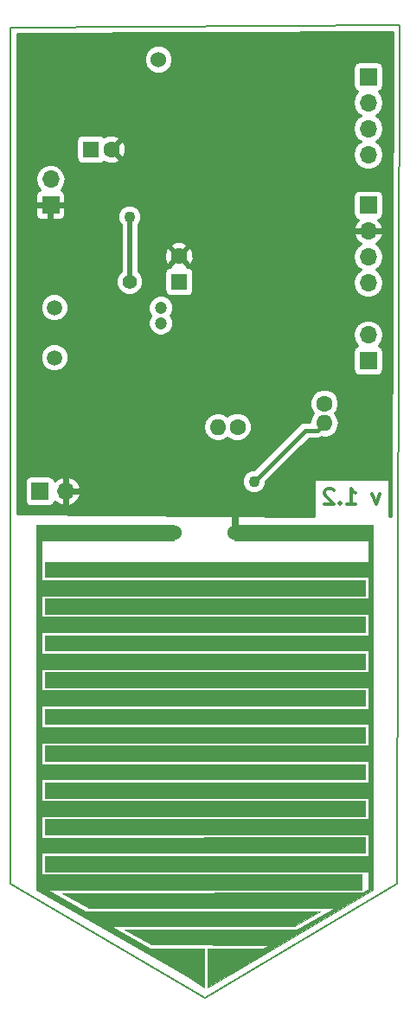
<source format=gbr>
%TF.GenerationSoftware,KiCad,Pcbnew,5.0.1-33cea8e~68~ubuntu18.04.1*%
%TF.CreationDate,2018-11-02T12:55:16-03:00*%
%TF.ProjectId,placa,706C6163612E6B696361645F70636200,rev?*%
%TF.SameCoordinates,Original*%
%TF.FileFunction,Copper,L2,Bot,Signal*%
%TF.FilePolarity,Positive*%
%FSLAX46Y46*%
G04 Gerber Fmt 4.6, Leading zero omitted, Abs format (unit mm)*
G04 Created by KiCad (PCBNEW 5.0.1-33cea8e~68~ubuntu18.04.1) date sex 02 nov 2018 12:55:16 -03*
%MOMM*%
%LPD*%
G01*
G04 APERTURE LIST*
%ADD10C,0.150000*%
%ADD11C,0.300000*%
%ADD12C,0.010000*%
%ADD13C,1.524000*%
%ADD14C,1.200000*%
%ADD15C,1.600000*%
%ADD16O,1.600000X1.600000*%
%ADD17R,1.600000X1.600000*%
%ADD18C,1.500000*%
%ADD19O,1.700000X1.700000*%
%ADD20R,1.700000X1.700000*%
%ADD21C,1.100000*%
%ADD22C,1.400000*%
%ADD23C,0.635000*%
%ADD24C,0.381000*%
%ADD25C,0.508000*%
G04 APERTURE END LIST*
D10*
X124856666Y-42672000D02*
G75*
G03X124856666Y-42672000I-1666666J0D01*
G01*
X120690000Y-42672000D02*
X125690000Y-42672000D01*
X123190000Y-40172000D02*
X123190000Y-45172000D01*
D11*
X139747285Y-73084571D02*
X139390142Y-74084571D01*
X139033000Y-73084571D01*
X136533000Y-74084571D02*
X137390142Y-74084571D01*
X136961571Y-74084571D02*
X136961571Y-72584571D01*
X137104428Y-72798857D01*
X137247285Y-72941714D01*
X137390142Y-73013142D01*
X135890142Y-73941714D02*
X135818714Y-74013142D01*
X135890142Y-74084571D01*
X135961571Y-74013142D01*
X135890142Y-73941714D01*
X135890142Y-74084571D01*
X135247285Y-72727428D02*
X135175857Y-72656000D01*
X135033000Y-72584571D01*
X134675857Y-72584571D01*
X134533000Y-72656000D01*
X134461571Y-72727428D01*
X134390142Y-72870285D01*
X134390142Y-73013142D01*
X134461571Y-73227428D01*
X135318714Y-74084571D01*
X134390142Y-74084571D01*
D10*
X103632000Y-27432000D02*
X141732000Y-27178000D01*
X103632000Y-111252000D02*
X103632000Y-27432000D01*
X122682000Y-122428000D02*
X103632000Y-111252000D01*
X141478000Y-111252000D02*
X122682000Y-122428000D01*
X141478000Y-110998000D02*
X141478000Y-111252000D01*
X141732000Y-27178000D02*
X141478000Y-110998000D01*
D12*
G36*
X129351000Y-117581000D02*
X122931000Y-121401000D01*
X122931000Y-117581000D01*
X129351000Y-117581000D01*
G37*
X129351000Y-117581000D02*
X122931000Y-121401000D01*
X122931000Y-117581000D01*
X129351000Y-117581000D01*
G36*
X120431000Y-120011000D02*
X122621000Y-121421000D01*
X122621000Y-117591000D01*
X116271000Y-117581000D01*
X120431000Y-120011000D01*
G37*
X120431000Y-120011000D02*
X122621000Y-121421000D01*
X122621000Y-117591000D01*
X116271000Y-117581000D01*
X120431000Y-120011000D01*
G36*
X129481000Y-117241000D02*
X132071000Y-115741000D01*
X114791000Y-115711000D01*
X117401000Y-117211000D01*
X129481000Y-117241000D01*
G37*
X129481000Y-117241000D02*
X132071000Y-115741000D01*
X114791000Y-115711000D01*
X117401000Y-117211000D01*
X129481000Y-117241000D01*
G36*
X135781000Y-113641000D02*
X138371000Y-112141000D01*
X108671000Y-112161000D01*
X111281000Y-113661000D01*
X135781000Y-113641000D01*
G37*
X135781000Y-113641000D02*
X138371000Y-112141000D01*
X108671000Y-112161000D01*
X111281000Y-113661000D01*
X135781000Y-113641000D01*
G36*
X131361000Y-115431000D02*
X133901000Y-113931000D01*
X110571000Y-113941000D01*
X113041000Y-115431000D01*
X131361000Y-115431000D01*
G37*
X131361000Y-115431000D02*
X133901000Y-113931000D01*
X110571000Y-113941000D01*
X113041000Y-115431000D01*
X131361000Y-115431000D01*
G36*
X106181000Y-111321000D02*
X106181000Y-111821000D01*
X106191000Y-111831000D01*
X106691000Y-111531000D01*
X106681000Y-111321000D01*
X106181000Y-111321000D01*
G37*
X106181000Y-111321000D02*
X106181000Y-111821000D01*
X106191000Y-111831000D01*
X106691000Y-111531000D01*
X106681000Y-111321000D01*
X106181000Y-111321000D01*
G36*
X106681000Y-111531000D02*
X106191000Y-111831000D01*
X120831000Y-120231000D01*
X121131000Y-119831000D01*
X106681000Y-111531000D01*
G37*
X106681000Y-111531000D02*
X106191000Y-111831000D01*
X120831000Y-120231000D01*
X121131000Y-119831000D01*
X106681000Y-111531000D01*
G36*
X138621000Y-111821000D02*
X139121000Y-111821000D01*
X124921000Y-120221000D01*
X124621000Y-119721000D01*
X138621000Y-111821000D01*
G37*
X138621000Y-111821000D02*
X139121000Y-111821000D01*
X124921000Y-120221000D01*
X124621000Y-119721000D01*
X138621000Y-111821000D01*
G36*
X138631000Y-110041000D02*
X138631000Y-108541000D01*
X106991000Y-108541000D01*
X106991000Y-110041000D01*
X138631000Y-110041000D01*
G37*
X138631000Y-110041000D02*
X138631000Y-108541000D01*
X106991000Y-108541000D01*
X106991000Y-110041000D01*
X138631000Y-110041000D01*
G36*
X138631000Y-106441000D02*
X138631000Y-104941000D01*
X106991000Y-104941000D01*
X106991000Y-106441000D01*
X138631000Y-106441000D01*
G37*
X138631000Y-106441000D02*
X138631000Y-104941000D01*
X106991000Y-104941000D01*
X106991000Y-106441000D01*
X138631000Y-106441000D01*
G36*
X138631000Y-102841000D02*
X138631000Y-101341000D01*
X106991000Y-101341000D01*
X106991000Y-102841000D01*
X138631000Y-102841000D01*
G37*
X138631000Y-102841000D02*
X138631000Y-101341000D01*
X106991000Y-101341000D01*
X106991000Y-102841000D01*
X138631000Y-102841000D01*
G36*
X138631000Y-99231000D02*
X138631000Y-97731000D01*
X106991000Y-97731000D01*
X106991000Y-99231000D01*
X138631000Y-99231000D01*
G37*
X138631000Y-99231000D02*
X138631000Y-97731000D01*
X106991000Y-97731000D01*
X106991000Y-99231000D01*
X138631000Y-99231000D01*
G36*
X138631000Y-95631000D02*
X138631000Y-94131000D01*
X106991000Y-94131000D01*
X106991000Y-95631000D01*
X138631000Y-95631000D01*
G37*
X138631000Y-95631000D02*
X138631000Y-94131000D01*
X106991000Y-94131000D01*
X106991000Y-95631000D01*
X138631000Y-95631000D01*
G36*
X138631000Y-92031000D02*
X138631000Y-90531000D01*
X106991000Y-90531000D01*
X106991000Y-92031000D01*
X138631000Y-92031000D01*
G37*
X138631000Y-92031000D02*
X138631000Y-90531000D01*
X106991000Y-90531000D01*
X106991000Y-92031000D01*
X138631000Y-92031000D01*
G36*
X138631000Y-88431000D02*
X138631000Y-86931000D01*
X106991000Y-86931000D01*
X106991000Y-88431000D01*
X138631000Y-88431000D01*
G37*
X138631000Y-88431000D02*
X138631000Y-86931000D01*
X106991000Y-86931000D01*
X106991000Y-88431000D01*
X138631000Y-88431000D01*
G36*
X138631000Y-84831000D02*
X138631000Y-83331000D01*
X106991000Y-83331000D01*
X106991000Y-84831000D01*
X138631000Y-84831000D01*
G37*
X138631000Y-84831000D02*
X138631000Y-83331000D01*
X106991000Y-83331000D01*
X106991000Y-84831000D01*
X138631000Y-84831000D01*
G36*
X138631000Y-81231000D02*
X138631000Y-79731000D01*
X106991000Y-79731000D01*
X106991000Y-81231000D01*
X138631000Y-81231000D01*
G37*
X138631000Y-81231000D02*
X138631000Y-79731000D01*
X106991000Y-79731000D01*
X106991000Y-81231000D01*
X138631000Y-81231000D01*
G36*
X137991000Y-111821000D02*
X137991000Y-110321000D01*
X106681000Y-110331000D01*
X106681000Y-111831000D01*
X137991000Y-111821000D01*
G37*
X137991000Y-111821000D02*
X137991000Y-110321000D01*
X106681000Y-110331000D01*
X106681000Y-111831000D01*
X137991000Y-111821000D01*
G36*
X138331000Y-108221000D02*
X138331000Y-106721000D01*
X106681000Y-106731000D01*
X106681000Y-108231000D01*
X138331000Y-108221000D01*
G37*
X138331000Y-108221000D02*
X138331000Y-106721000D01*
X106681000Y-106731000D01*
X106681000Y-108231000D01*
X138331000Y-108221000D01*
G36*
X138321000Y-104621000D02*
X138321000Y-103121000D01*
X106681000Y-103131000D01*
X106681000Y-104631000D01*
X138321000Y-104621000D01*
G37*
X138321000Y-104621000D02*
X138321000Y-103121000D01*
X106681000Y-103131000D01*
X106681000Y-104631000D01*
X138321000Y-104621000D01*
G36*
X138331000Y-101031000D02*
X138331000Y-99531000D01*
X106681000Y-99531000D01*
X106681000Y-101031000D01*
X138331000Y-101031000D01*
G37*
X138331000Y-101031000D02*
X138331000Y-99531000D01*
X106681000Y-99531000D01*
X106681000Y-101031000D01*
X138331000Y-101031000D01*
G36*
X138331000Y-97431000D02*
X138331000Y-95931000D01*
X106681000Y-95931000D01*
X106681000Y-97431000D01*
X138331000Y-97431000D01*
G37*
X138331000Y-97431000D02*
X138331000Y-95931000D01*
X106681000Y-95931000D01*
X106681000Y-97431000D01*
X138331000Y-97431000D01*
G36*
X138331000Y-93831000D02*
X138331000Y-92331000D01*
X106681000Y-92331000D01*
X106681000Y-93831000D01*
X138331000Y-93831000D01*
G37*
X138331000Y-93831000D02*
X138331000Y-92331000D01*
X106681000Y-92331000D01*
X106681000Y-93831000D01*
X138331000Y-93831000D01*
G36*
X138331000Y-90231000D02*
X138331000Y-88731000D01*
X106681000Y-88731000D01*
X106681000Y-90231000D01*
X138331000Y-90231000D01*
G37*
X138331000Y-90231000D02*
X138331000Y-88731000D01*
X106681000Y-88731000D01*
X106681000Y-90231000D01*
X138331000Y-90231000D01*
G36*
X138331000Y-86631000D02*
X138331000Y-85131000D01*
X106681000Y-85131000D01*
X106681000Y-86631000D01*
X138331000Y-86631000D01*
G37*
X138331000Y-86631000D02*
X138331000Y-85131000D01*
X106681000Y-85131000D01*
X106681000Y-86631000D01*
X138331000Y-86631000D01*
G36*
X138331000Y-83021000D02*
X138331000Y-81521000D01*
X106681000Y-81531000D01*
X106681000Y-83031000D01*
X138331000Y-83021000D01*
G37*
X138331000Y-83021000D02*
X138331000Y-81521000D01*
X106681000Y-81531000D01*
X106681000Y-83031000D01*
X138331000Y-83021000D01*
G36*
X106681000Y-111321000D02*
X106681000Y-77631000D01*
X106181000Y-77631000D01*
X106181000Y-111321000D01*
X106681000Y-111321000D01*
G37*
X106681000Y-111321000D02*
X106681000Y-77631000D01*
X106181000Y-77631000D01*
X106181000Y-111321000D01*
X106681000Y-111321000D01*
G36*
X139131000Y-111841000D02*
X139131000Y-77631000D01*
X138631000Y-77631000D01*
X138631000Y-111841000D01*
X139131000Y-111841000D01*
G37*
X139131000Y-111841000D02*
X139131000Y-77631000D01*
X138631000Y-77631000D01*
X138631000Y-111841000D01*
X139131000Y-111841000D01*
G36*
X139131000Y-77631000D02*
X139131000Y-76131000D01*
X125581000Y-76131000D01*
X125581000Y-77631000D01*
X139131000Y-77631000D01*
G37*
X139131000Y-77631000D02*
X139131000Y-76131000D01*
X125581000Y-76131000D01*
X125581000Y-77631000D01*
X139131000Y-77631000D01*
G36*
X119631000Y-77631000D02*
X119631000Y-76131000D01*
X106181000Y-76131000D01*
X106181000Y-77631000D01*
X119631000Y-77631000D01*
G37*
X119631000Y-77631000D02*
X119631000Y-76131000D01*
X106181000Y-76131000D01*
X106181000Y-77631000D01*
X119631000Y-77631000D01*
D13*
X125631000Y-76881000D03*
X119631000Y-76881000D03*
X118135400Y-30581600D03*
D14*
X118364000Y-56388000D03*
X118364000Y-54888000D03*
D15*
X125852000Y-66548000D03*
D16*
X123952000Y-66548000D03*
D17*
X120142000Y-52324000D03*
D15*
X120142000Y-49824000D03*
D17*
X111506000Y-39370000D03*
D15*
X113506000Y-39370000D03*
D18*
X107950000Y-54864000D03*
X107950000Y-59744000D03*
D19*
X138671300Y-57531000D03*
D20*
X138671300Y-60071000D03*
X107569000Y-44831000D03*
D19*
X107569000Y-42291000D03*
D20*
X138684000Y-32258000D03*
D19*
X138684000Y-34798000D03*
X138684000Y-37338000D03*
X138684000Y-39878000D03*
D20*
X138684000Y-44831000D03*
D19*
X138684000Y-47371000D03*
X138684000Y-49911000D03*
X138684000Y-52451000D03*
D20*
X106527600Y-72847200D03*
D19*
X109067600Y-72847200D03*
D15*
X134366000Y-64262000D03*
D16*
X134366000Y-66162000D03*
D21*
X138658600Y-42341800D03*
X135890000Y-62484000D03*
X114300000Y-69342000D03*
X123952000Y-73406000D03*
X117602000Y-59944000D03*
X133477000Y-71247000D03*
X136144000Y-52578000D03*
X107696000Y-31496000D03*
X127508000Y-71882000D03*
D22*
X115316024Y-52324000D03*
D21*
X115316024Y-45974024D03*
D23*
X125631000Y-76881000D02*
X125631000Y-74775000D01*
D24*
X136439999Y-63033999D02*
X135890000Y-62484000D01*
X136693999Y-63287999D02*
X136439999Y-63033999D01*
X133666001Y-66861999D02*
X132528001Y-66861999D01*
X134366000Y-66162000D02*
X133666001Y-66861999D01*
X132528001Y-66861999D02*
X127508000Y-71882000D01*
D25*
X115316024Y-46304224D02*
X115176300Y-46164500D01*
X115316024Y-52324000D02*
X115316024Y-45974024D01*
D11*
G36*
X140861219Y-75284676D02*
X140761572Y-75284000D01*
X140761572Y-71601000D01*
X133304429Y-71601000D01*
X133304429Y-75233443D01*
X104357000Y-75037189D01*
X104357000Y-71997200D01*
X105014866Y-71997200D01*
X105014866Y-73697200D01*
X105065314Y-73950817D01*
X105208976Y-74165824D01*
X105423983Y-74309486D01*
X105677600Y-74359934D01*
X107377600Y-74359934D01*
X107631217Y-74309486D01*
X107846224Y-74165824D01*
X107989886Y-73950817D01*
X108004447Y-73877614D01*
X108267463Y-74125428D01*
X108729539Y-74316819D01*
X108963600Y-74186669D01*
X108963600Y-72951200D01*
X109171600Y-72951200D01*
X109171600Y-74186669D01*
X109405661Y-74316819D01*
X109867737Y-74125428D01*
X110295987Y-73721930D01*
X110537226Y-73185262D01*
X110407517Y-72951200D01*
X109171600Y-72951200D01*
X108963600Y-72951200D01*
X108943600Y-72951200D01*
X108943600Y-72743200D01*
X108963600Y-72743200D01*
X108963600Y-71507731D01*
X109171600Y-71507731D01*
X109171600Y-72743200D01*
X110407517Y-72743200D01*
X110537226Y-72509138D01*
X110295987Y-71972470D01*
X109946630Y-71643305D01*
X126308000Y-71643305D01*
X126308000Y-72120695D01*
X126490689Y-72561745D01*
X126828255Y-72899311D01*
X127269305Y-73082000D01*
X127746695Y-73082000D01*
X128187745Y-72899311D01*
X128525311Y-72561745D01*
X128708000Y-72120695D01*
X128708000Y-71870645D01*
X132876148Y-67702499D01*
X133583225Y-67702499D01*
X133666001Y-67718964D01*
X133748777Y-67702499D01*
X133748781Y-67702499D01*
X133993948Y-67653732D01*
X134094665Y-67586435D01*
X134223188Y-67612000D01*
X134508812Y-67612000D01*
X134931762Y-67527870D01*
X135411392Y-67207392D01*
X135731870Y-66727762D01*
X135844407Y-66162000D01*
X135731870Y-65596238D01*
X135471717Y-65206892D01*
X135595250Y-65083359D01*
X135816000Y-64550423D01*
X135816000Y-63973577D01*
X135595250Y-63440641D01*
X135187359Y-63032750D01*
X134654423Y-62812000D01*
X134077577Y-62812000D01*
X133544641Y-63032750D01*
X133136750Y-63440641D01*
X132916000Y-63973577D01*
X132916000Y-64550423D01*
X133136750Y-65083359D01*
X133260283Y-65206892D01*
X133000130Y-65596238D01*
X132915540Y-66021499D01*
X132610771Y-66021499D01*
X132528000Y-66005035D01*
X132445229Y-66021499D01*
X132445221Y-66021499D01*
X132200054Y-66070266D01*
X132080159Y-66150378D01*
X131992211Y-66209142D01*
X131992209Y-66209144D01*
X131922035Y-66256033D01*
X131875146Y-66326207D01*
X127519355Y-70682000D01*
X127269305Y-70682000D01*
X126828255Y-70864689D01*
X126490689Y-71202255D01*
X126308000Y-71643305D01*
X109946630Y-71643305D01*
X109867737Y-71568972D01*
X109405661Y-71377581D01*
X109171600Y-71507731D01*
X108963600Y-71507731D01*
X108729539Y-71377581D01*
X108267463Y-71568972D01*
X108004447Y-71816786D01*
X107989886Y-71743583D01*
X107846224Y-71528576D01*
X107631217Y-71384914D01*
X107377600Y-71334466D01*
X105677600Y-71334466D01*
X105423983Y-71384914D01*
X105208976Y-71528576D01*
X105065314Y-71743583D01*
X105014866Y-71997200D01*
X104357000Y-71997200D01*
X104357000Y-66548000D01*
X122473593Y-66548000D01*
X122586130Y-67113762D01*
X122906608Y-67593392D01*
X123386238Y-67913870D01*
X123809188Y-67998000D01*
X124094812Y-67998000D01*
X124517762Y-67913870D01*
X124907108Y-67653717D01*
X125030641Y-67777250D01*
X125563577Y-67998000D01*
X126140423Y-67998000D01*
X126673359Y-67777250D01*
X127081250Y-67369359D01*
X127302000Y-66836423D01*
X127302000Y-66259577D01*
X127081250Y-65726641D01*
X126673359Y-65318750D01*
X126140423Y-65098000D01*
X125563577Y-65098000D01*
X125030641Y-65318750D01*
X124907108Y-65442283D01*
X124517762Y-65182130D01*
X124094812Y-65098000D01*
X123809188Y-65098000D01*
X123386238Y-65182130D01*
X122906608Y-65502608D01*
X122586130Y-65982238D01*
X122473593Y-66548000D01*
X104357000Y-66548000D01*
X104357000Y-59465523D01*
X106550000Y-59465523D01*
X106550000Y-60022477D01*
X106763137Y-60537037D01*
X107156963Y-60930863D01*
X107671523Y-61144000D01*
X108228477Y-61144000D01*
X108743037Y-60930863D01*
X109136863Y-60537037D01*
X109350000Y-60022477D01*
X109350000Y-59465523D01*
X109136863Y-58950963D01*
X108743037Y-58557137D01*
X108228477Y-58344000D01*
X107671523Y-58344000D01*
X107156963Y-58557137D01*
X106763137Y-58950963D01*
X106550000Y-59465523D01*
X104357000Y-59465523D01*
X104357000Y-54585523D01*
X106550000Y-54585523D01*
X106550000Y-55142477D01*
X106763137Y-55657037D01*
X107156963Y-56050863D01*
X107671523Y-56264000D01*
X108228477Y-56264000D01*
X108743037Y-56050863D01*
X109136863Y-55657037D01*
X109350000Y-55142477D01*
X109350000Y-54639360D01*
X117114000Y-54639360D01*
X117114000Y-55136640D01*
X117304301Y-55596068D01*
X117346233Y-55638000D01*
X117304301Y-55679932D01*
X117114000Y-56139360D01*
X117114000Y-56636640D01*
X117304301Y-57096068D01*
X117655932Y-57447699D01*
X118115360Y-57638000D01*
X118612640Y-57638000D01*
X118870961Y-57531000D01*
X137141914Y-57531000D01*
X137258332Y-58116271D01*
X137585062Y-58605257D01*
X137567683Y-58608714D01*
X137352676Y-58752376D01*
X137209014Y-58967383D01*
X137158566Y-59221000D01*
X137158566Y-60921000D01*
X137209014Y-61174617D01*
X137352676Y-61389624D01*
X137567683Y-61533286D01*
X137821300Y-61583734D01*
X139521300Y-61583734D01*
X139774917Y-61533286D01*
X139989924Y-61389624D01*
X140133586Y-61174617D01*
X140184034Y-60921000D01*
X140184034Y-59221000D01*
X140133586Y-58967383D01*
X139989924Y-58752376D01*
X139774917Y-58608714D01*
X139757538Y-58605257D01*
X140084268Y-58116271D01*
X140200686Y-57531000D01*
X140084268Y-56945729D01*
X139752739Y-56449561D01*
X139256571Y-56118032D01*
X138819033Y-56031000D01*
X138523567Y-56031000D01*
X138086029Y-56118032D01*
X137589861Y-56449561D01*
X137258332Y-56945729D01*
X137141914Y-57531000D01*
X118870961Y-57531000D01*
X119072068Y-57447699D01*
X119423699Y-57096068D01*
X119614000Y-56636640D01*
X119614000Y-56139360D01*
X119423699Y-55679932D01*
X119381767Y-55638000D01*
X119423699Y-55596068D01*
X119614000Y-55136640D01*
X119614000Y-54639360D01*
X119423699Y-54179932D01*
X119072068Y-53828301D01*
X118612640Y-53638000D01*
X118115360Y-53638000D01*
X117655932Y-53828301D01*
X117304301Y-54179932D01*
X117114000Y-54639360D01*
X109350000Y-54639360D01*
X109350000Y-54585523D01*
X109136863Y-54070963D01*
X108743037Y-53677137D01*
X108228477Y-53464000D01*
X107671523Y-53464000D01*
X107156963Y-53677137D01*
X106763137Y-54070963D01*
X106550000Y-54585523D01*
X104357000Y-54585523D01*
X104357000Y-52055468D01*
X113966024Y-52055468D01*
X113966024Y-52592532D01*
X114171549Y-53088714D01*
X114551310Y-53468475D01*
X115047492Y-53674000D01*
X115584556Y-53674000D01*
X116080738Y-53468475D01*
X116460499Y-53088714D01*
X116666024Y-52592532D01*
X116666024Y-52055468D01*
X116460499Y-51559286D01*
X116425213Y-51524000D01*
X118679266Y-51524000D01*
X118679266Y-53124000D01*
X118729714Y-53377617D01*
X118873376Y-53592624D01*
X119088383Y-53736286D01*
X119342000Y-53786734D01*
X120942000Y-53786734D01*
X121195617Y-53736286D01*
X121410624Y-53592624D01*
X121554286Y-53377617D01*
X121604734Y-53124000D01*
X121604734Y-51524000D01*
X121554286Y-51270383D01*
X121410624Y-51055376D01*
X121195617Y-50911714D01*
X120988984Y-50870612D01*
X121000404Y-50829483D01*
X120142000Y-49971078D01*
X119283596Y-50829483D01*
X119295016Y-50870612D01*
X119088383Y-50911714D01*
X118873376Y-51055376D01*
X118729714Y-51270383D01*
X118679266Y-51524000D01*
X116425213Y-51524000D01*
X116220024Y-51318811D01*
X116220024Y-49578946D01*
X118675772Y-49578946D01*
X118693603Y-50158701D01*
X118881161Y-50611502D01*
X119136517Y-50682404D01*
X119994922Y-49824000D01*
X120289078Y-49824000D01*
X121147483Y-50682404D01*
X121402839Y-50611502D01*
X121608228Y-50069054D01*
X121603367Y-49911000D01*
X137154614Y-49911000D01*
X137271032Y-50496271D01*
X137602561Y-50992439D01*
X137884762Y-51181000D01*
X137602561Y-51369561D01*
X137271032Y-51865729D01*
X137154614Y-52451000D01*
X137271032Y-53036271D01*
X137602561Y-53532439D01*
X138098729Y-53863968D01*
X138536267Y-53951000D01*
X138831733Y-53951000D01*
X139269271Y-53863968D01*
X139765439Y-53532439D01*
X140096968Y-53036271D01*
X140213386Y-52451000D01*
X140096968Y-51865729D01*
X139765439Y-51369561D01*
X139483238Y-51181000D01*
X139765439Y-50992439D01*
X140096968Y-50496271D01*
X140213386Y-49911000D01*
X140096968Y-49325729D01*
X139765439Y-48829561D01*
X139476368Y-48636410D01*
X139558730Y-48599387D01*
X139962228Y-48171137D01*
X140153619Y-47709061D01*
X140023469Y-47475000D01*
X138788000Y-47475000D01*
X138788000Y-47495000D01*
X138580000Y-47495000D01*
X138580000Y-47475000D01*
X137344531Y-47475000D01*
X137214381Y-47709061D01*
X137405772Y-48171137D01*
X137809270Y-48599387D01*
X137891632Y-48636410D01*
X137602561Y-48829561D01*
X137271032Y-49325729D01*
X137154614Y-49911000D01*
X121603367Y-49911000D01*
X121590397Y-49489299D01*
X121402839Y-49036498D01*
X121147483Y-48965596D01*
X120289078Y-49824000D01*
X119994922Y-49824000D01*
X119136517Y-48965596D01*
X118881161Y-49036498D01*
X118675772Y-49578946D01*
X116220024Y-49578946D01*
X116220024Y-48818517D01*
X119283596Y-48818517D01*
X120142000Y-49676922D01*
X121000404Y-48818517D01*
X120929502Y-48563161D01*
X120387054Y-48357772D01*
X119807299Y-48375603D01*
X119354498Y-48563161D01*
X119283596Y-48818517D01*
X116220024Y-48818517D01*
X116220024Y-46767080D01*
X116333335Y-46653769D01*
X116516024Y-46212719D01*
X116516024Y-45735329D01*
X116333335Y-45294279D01*
X115995769Y-44956713D01*
X115554719Y-44774024D01*
X115077329Y-44774024D01*
X114636279Y-44956713D01*
X114298713Y-45294279D01*
X114116024Y-45735329D01*
X114116024Y-46212719D01*
X114298713Y-46653769D01*
X114412025Y-46767081D01*
X114412024Y-51318811D01*
X114171549Y-51559286D01*
X113966024Y-52055468D01*
X104357000Y-52055468D01*
X104357000Y-45099500D01*
X106061000Y-45099500D01*
X106061000Y-45811885D01*
X106161175Y-46053727D01*
X106346273Y-46238826D01*
X106588116Y-46339000D01*
X107300500Y-46339000D01*
X107465000Y-46174500D01*
X107465000Y-44935000D01*
X107673000Y-44935000D01*
X107673000Y-46174500D01*
X107837500Y-46339000D01*
X108549884Y-46339000D01*
X108791727Y-46238826D01*
X108976825Y-46053727D01*
X109077000Y-45811885D01*
X109077000Y-45099500D01*
X108912500Y-44935000D01*
X107673000Y-44935000D01*
X107465000Y-44935000D01*
X106225500Y-44935000D01*
X106061000Y-45099500D01*
X104357000Y-45099500D01*
X104357000Y-42291000D01*
X106039614Y-42291000D01*
X106156032Y-42876271D01*
X106483485Y-43366339D01*
X106346273Y-43423174D01*
X106161175Y-43608273D01*
X106061000Y-43850115D01*
X106061000Y-44562500D01*
X106225500Y-44727000D01*
X107465000Y-44727000D01*
X107465000Y-44707000D01*
X107673000Y-44707000D01*
X107673000Y-44727000D01*
X108912500Y-44727000D01*
X109077000Y-44562500D01*
X109077000Y-43981000D01*
X137171266Y-43981000D01*
X137171266Y-45681000D01*
X137221714Y-45934617D01*
X137365376Y-46149624D01*
X137580383Y-46293286D01*
X137653586Y-46307847D01*
X137405772Y-46570863D01*
X137214381Y-47032939D01*
X137344531Y-47267000D01*
X138580000Y-47267000D01*
X138580000Y-47247000D01*
X138788000Y-47247000D01*
X138788000Y-47267000D01*
X140023469Y-47267000D01*
X140153619Y-47032939D01*
X139962228Y-46570863D01*
X139714414Y-46307847D01*
X139787617Y-46293286D01*
X140002624Y-46149624D01*
X140146286Y-45934617D01*
X140196734Y-45681000D01*
X140196734Y-43981000D01*
X140146286Y-43727383D01*
X140002624Y-43512376D01*
X139787617Y-43368714D01*
X139534000Y-43318266D01*
X137834000Y-43318266D01*
X137580383Y-43368714D01*
X137365376Y-43512376D01*
X137221714Y-43727383D01*
X137171266Y-43981000D01*
X109077000Y-43981000D01*
X109077000Y-43850115D01*
X108976825Y-43608273D01*
X108791727Y-43423174D01*
X108654515Y-43366339D01*
X108981968Y-42876271D01*
X109098386Y-42291000D01*
X108981968Y-41705729D01*
X108650439Y-41209561D01*
X108154271Y-40878032D01*
X107716733Y-40791000D01*
X107421267Y-40791000D01*
X106983729Y-40878032D01*
X106487561Y-41209561D01*
X106156032Y-41705729D01*
X106039614Y-42291000D01*
X104357000Y-42291000D01*
X104357000Y-38570000D01*
X110043266Y-38570000D01*
X110043266Y-40170000D01*
X110093714Y-40423617D01*
X110237376Y-40638624D01*
X110452383Y-40782286D01*
X110706000Y-40832734D01*
X112306000Y-40832734D01*
X112559617Y-40782286D01*
X112761760Y-40647219D01*
X113260946Y-40836228D01*
X113840701Y-40818397D01*
X114293502Y-40630839D01*
X114364404Y-40375483D01*
X113506000Y-39517078D01*
X113491858Y-39531221D01*
X113344780Y-39384143D01*
X113358922Y-39370000D01*
X113653078Y-39370000D01*
X114511483Y-40228404D01*
X114766839Y-40157502D01*
X114972228Y-39615054D01*
X114954397Y-39035299D01*
X114766839Y-38582498D01*
X114511483Y-38511596D01*
X113653078Y-39370000D01*
X113358922Y-39370000D01*
X113344780Y-39355858D01*
X113491858Y-39208779D01*
X113506000Y-39222922D01*
X114364404Y-38364517D01*
X114293502Y-38109161D01*
X113751054Y-37903772D01*
X113171299Y-37921603D01*
X112760338Y-38091830D01*
X112559617Y-37957714D01*
X112306000Y-37907266D01*
X110706000Y-37907266D01*
X110452383Y-37957714D01*
X110237376Y-38101376D01*
X110093714Y-38316383D01*
X110043266Y-38570000D01*
X104357000Y-38570000D01*
X104357000Y-34798000D01*
X137154614Y-34798000D01*
X137271032Y-35383271D01*
X137602561Y-35879439D01*
X137884762Y-36068000D01*
X137602561Y-36256561D01*
X137271032Y-36752729D01*
X137154614Y-37338000D01*
X137271032Y-37923271D01*
X137602561Y-38419439D01*
X137884762Y-38608000D01*
X137602561Y-38796561D01*
X137271032Y-39292729D01*
X137154614Y-39878000D01*
X137271032Y-40463271D01*
X137602561Y-40959439D01*
X138098729Y-41290968D01*
X138536267Y-41378000D01*
X138831733Y-41378000D01*
X139269271Y-41290968D01*
X139765439Y-40959439D01*
X140096968Y-40463271D01*
X140213386Y-39878000D01*
X140096968Y-39292729D01*
X139765439Y-38796561D01*
X139483238Y-38608000D01*
X139765439Y-38419439D01*
X140096968Y-37923271D01*
X140213386Y-37338000D01*
X140096968Y-36752729D01*
X139765439Y-36256561D01*
X139483238Y-36068000D01*
X139765439Y-35879439D01*
X140096968Y-35383271D01*
X140213386Y-34798000D01*
X140096968Y-34212729D01*
X139770238Y-33723743D01*
X139787617Y-33720286D01*
X140002624Y-33576624D01*
X140146286Y-33361617D01*
X140196734Y-33108000D01*
X140196734Y-31408000D01*
X140146286Y-31154383D01*
X140002624Y-30939376D01*
X139787617Y-30795714D01*
X139534000Y-30745266D01*
X137834000Y-30745266D01*
X137580383Y-30795714D01*
X137365376Y-30939376D01*
X137221714Y-31154383D01*
X137171266Y-31408000D01*
X137171266Y-33108000D01*
X137221714Y-33361617D01*
X137365376Y-33576624D01*
X137580383Y-33720286D01*
X137597762Y-33723743D01*
X137271032Y-34212729D01*
X137154614Y-34798000D01*
X104357000Y-34798000D01*
X104357000Y-30300736D01*
X116723400Y-30300736D01*
X116723400Y-30862464D01*
X116938364Y-31381434D01*
X117335566Y-31778636D01*
X117854536Y-31993600D01*
X118416264Y-31993600D01*
X118935234Y-31778636D01*
X119332436Y-31381434D01*
X119547400Y-30862464D01*
X119547400Y-30300736D01*
X119332436Y-29781766D01*
X118935234Y-29384564D01*
X118416264Y-29169600D01*
X117854536Y-29169600D01*
X117335566Y-29384564D01*
X116938364Y-29781766D01*
X116723400Y-30300736D01*
X104357000Y-30300736D01*
X104357000Y-28152182D01*
X141004785Y-27907863D01*
X140861219Y-75284676D01*
X140861219Y-75284676D01*
G37*
X140861219Y-75284676D02*
X140761572Y-75284000D01*
X140761572Y-71601000D01*
X133304429Y-71601000D01*
X133304429Y-75233443D01*
X104357000Y-75037189D01*
X104357000Y-71997200D01*
X105014866Y-71997200D01*
X105014866Y-73697200D01*
X105065314Y-73950817D01*
X105208976Y-74165824D01*
X105423983Y-74309486D01*
X105677600Y-74359934D01*
X107377600Y-74359934D01*
X107631217Y-74309486D01*
X107846224Y-74165824D01*
X107989886Y-73950817D01*
X108004447Y-73877614D01*
X108267463Y-74125428D01*
X108729539Y-74316819D01*
X108963600Y-74186669D01*
X108963600Y-72951200D01*
X109171600Y-72951200D01*
X109171600Y-74186669D01*
X109405661Y-74316819D01*
X109867737Y-74125428D01*
X110295987Y-73721930D01*
X110537226Y-73185262D01*
X110407517Y-72951200D01*
X109171600Y-72951200D01*
X108963600Y-72951200D01*
X108943600Y-72951200D01*
X108943600Y-72743200D01*
X108963600Y-72743200D01*
X108963600Y-71507731D01*
X109171600Y-71507731D01*
X109171600Y-72743200D01*
X110407517Y-72743200D01*
X110537226Y-72509138D01*
X110295987Y-71972470D01*
X109946630Y-71643305D01*
X126308000Y-71643305D01*
X126308000Y-72120695D01*
X126490689Y-72561745D01*
X126828255Y-72899311D01*
X127269305Y-73082000D01*
X127746695Y-73082000D01*
X128187745Y-72899311D01*
X128525311Y-72561745D01*
X128708000Y-72120695D01*
X128708000Y-71870645D01*
X132876148Y-67702499D01*
X133583225Y-67702499D01*
X133666001Y-67718964D01*
X133748777Y-67702499D01*
X133748781Y-67702499D01*
X133993948Y-67653732D01*
X134094665Y-67586435D01*
X134223188Y-67612000D01*
X134508812Y-67612000D01*
X134931762Y-67527870D01*
X135411392Y-67207392D01*
X135731870Y-66727762D01*
X135844407Y-66162000D01*
X135731870Y-65596238D01*
X135471717Y-65206892D01*
X135595250Y-65083359D01*
X135816000Y-64550423D01*
X135816000Y-63973577D01*
X135595250Y-63440641D01*
X135187359Y-63032750D01*
X134654423Y-62812000D01*
X134077577Y-62812000D01*
X133544641Y-63032750D01*
X133136750Y-63440641D01*
X132916000Y-63973577D01*
X132916000Y-64550423D01*
X133136750Y-65083359D01*
X133260283Y-65206892D01*
X133000130Y-65596238D01*
X132915540Y-66021499D01*
X132610771Y-66021499D01*
X132528000Y-66005035D01*
X132445229Y-66021499D01*
X132445221Y-66021499D01*
X132200054Y-66070266D01*
X132080159Y-66150378D01*
X131992211Y-66209142D01*
X131992209Y-66209144D01*
X131922035Y-66256033D01*
X131875146Y-66326207D01*
X127519355Y-70682000D01*
X127269305Y-70682000D01*
X126828255Y-70864689D01*
X126490689Y-71202255D01*
X126308000Y-71643305D01*
X109946630Y-71643305D01*
X109867737Y-71568972D01*
X109405661Y-71377581D01*
X109171600Y-71507731D01*
X108963600Y-71507731D01*
X108729539Y-71377581D01*
X108267463Y-71568972D01*
X108004447Y-71816786D01*
X107989886Y-71743583D01*
X107846224Y-71528576D01*
X107631217Y-71384914D01*
X107377600Y-71334466D01*
X105677600Y-71334466D01*
X105423983Y-71384914D01*
X105208976Y-71528576D01*
X105065314Y-71743583D01*
X105014866Y-71997200D01*
X104357000Y-71997200D01*
X104357000Y-66548000D01*
X122473593Y-66548000D01*
X122586130Y-67113762D01*
X122906608Y-67593392D01*
X123386238Y-67913870D01*
X123809188Y-67998000D01*
X124094812Y-67998000D01*
X124517762Y-67913870D01*
X124907108Y-67653717D01*
X125030641Y-67777250D01*
X125563577Y-67998000D01*
X126140423Y-67998000D01*
X126673359Y-67777250D01*
X127081250Y-67369359D01*
X127302000Y-66836423D01*
X127302000Y-66259577D01*
X127081250Y-65726641D01*
X126673359Y-65318750D01*
X126140423Y-65098000D01*
X125563577Y-65098000D01*
X125030641Y-65318750D01*
X124907108Y-65442283D01*
X124517762Y-65182130D01*
X124094812Y-65098000D01*
X123809188Y-65098000D01*
X123386238Y-65182130D01*
X122906608Y-65502608D01*
X122586130Y-65982238D01*
X122473593Y-66548000D01*
X104357000Y-66548000D01*
X104357000Y-59465523D01*
X106550000Y-59465523D01*
X106550000Y-60022477D01*
X106763137Y-60537037D01*
X107156963Y-60930863D01*
X107671523Y-61144000D01*
X108228477Y-61144000D01*
X108743037Y-60930863D01*
X109136863Y-60537037D01*
X109350000Y-60022477D01*
X109350000Y-59465523D01*
X109136863Y-58950963D01*
X108743037Y-58557137D01*
X108228477Y-58344000D01*
X107671523Y-58344000D01*
X107156963Y-58557137D01*
X106763137Y-58950963D01*
X106550000Y-59465523D01*
X104357000Y-59465523D01*
X104357000Y-54585523D01*
X106550000Y-54585523D01*
X106550000Y-55142477D01*
X106763137Y-55657037D01*
X107156963Y-56050863D01*
X107671523Y-56264000D01*
X108228477Y-56264000D01*
X108743037Y-56050863D01*
X109136863Y-55657037D01*
X109350000Y-55142477D01*
X109350000Y-54639360D01*
X117114000Y-54639360D01*
X117114000Y-55136640D01*
X117304301Y-55596068D01*
X117346233Y-55638000D01*
X117304301Y-55679932D01*
X117114000Y-56139360D01*
X117114000Y-56636640D01*
X117304301Y-57096068D01*
X117655932Y-57447699D01*
X118115360Y-57638000D01*
X118612640Y-57638000D01*
X118870961Y-57531000D01*
X137141914Y-57531000D01*
X137258332Y-58116271D01*
X137585062Y-58605257D01*
X137567683Y-58608714D01*
X137352676Y-58752376D01*
X137209014Y-58967383D01*
X137158566Y-59221000D01*
X137158566Y-60921000D01*
X137209014Y-61174617D01*
X137352676Y-61389624D01*
X137567683Y-61533286D01*
X137821300Y-61583734D01*
X139521300Y-61583734D01*
X139774917Y-61533286D01*
X139989924Y-61389624D01*
X140133586Y-61174617D01*
X140184034Y-60921000D01*
X140184034Y-59221000D01*
X140133586Y-58967383D01*
X139989924Y-58752376D01*
X139774917Y-58608714D01*
X139757538Y-58605257D01*
X140084268Y-58116271D01*
X140200686Y-57531000D01*
X140084268Y-56945729D01*
X139752739Y-56449561D01*
X139256571Y-56118032D01*
X138819033Y-56031000D01*
X138523567Y-56031000D01*
X138086029Y-56118032D01*
X137589861Y-56449561D01*
X137258332Y-56945729D01*
X137141914Y-57531000D01*
X118870961Y-57531000D01*
X119072068Y-57447699D01*
X119423699Y-57096068D01*
X119614000Y-56636640D01*
X119614000Y-56139360D01*
X119423699Y-55679932D01*
X119381767Y-55638000D01*
X119423699Y-55596068D01*
X119614000Y-55136640D01*
X119614000Y-54639360D01*
X119423699Y-54179932D01*
X119072068Y-53828301D01*
X118612640Y-53638000D01*
X118115360Y-53638000D01*
X117655932Y-53828301D01*
X117304301Y-54179932D01*
X117114000Y-54639360D01*
X109350000Y-54639360D01*
X109350000Y-54585523D01*
X109136863Y-54070963D01*
X108743037Y-53677137D01*
X108228477Y-53464000D01*
X107671523Y-53464000D01*
X107156963Y-53677137D01*
X106763137Y-54070963D01*
X106550000Y-54585523D01*
X104357000Y-54585523D01*
X104357000Y-52055468D01*
X113966024Y-52055468D01*
X113966024Y-52592532D01*
X114171549Y-53088714D01*
X114551310Y-53468475D01*
X115047492Y-53674000D01*
X115584556Y-53674000D01*
X116080738Y-53468475D01*
X116460499Y-53088714D01*
X116666024Y-52592532D01*
X116666024Y-52055468D01*
X116460499Y-51559286D01*
X116425213Y-51524000D01*
X118679266Y-51524000D01*
X118679266Y-53124000D01*
X118729714Y-53377617D01*
X118873376Y-53592624D01*
X119088383Y-53736286D01*
X119342000Y-53786734D01*
X120942000Y-53786734D01*
X121195617Y-53736286D01*
X121410624Y-53592624D01*
X121554286Y-53377617D01*
X121604734Y-53124000D01*
X121604734Y-51524000D01*
X121554286Y-51270383D01*
X121410624Y-51055376D01*
X121195617Y-50911714D01*
X120988984Y-50870612D01*
X121000404Y-50829483D01*
X120142000Y-49971078D01*
X119283596Y-50829483D01*
X119295016Y-50870612D01*
X119088383Y-50911714D01*
X118873376Y-51055376D01*
X118729714Y-51270383D01*
X118679266Y-51524000D01*
X116425213Y-51524000D01*
X116220024Y-51318811D01*
X116220024Y-49578946D01*
X118675772Y-49578946D01*
X118693603Y-50158701D01*
X118881161Y-50611502D01*
X119136517Y-50682404D01*
X119994922Y-49824000D01*
X120289078Y-49824000D01*
X121147483Y-50682404D01*
X121402839Y-50611502D01*
X121608228Y-50069054D01*
X121603367Y-49911000D01*
X137154614Y-49911000D01*
X137271032Y-50496271D01*
X137602561Y-50992439D01*
X137884762Y-51181000D01*
X137602561Y-51369561D01*
X137271032Y-51865729D01*
X137154614Y-52451000D01*
X137271032Y-53036271D01*
X137602561Y-53532439D01*
X138098729Y-53863968D01*
X138536267Y-53951000D01*
X138831733Y-53951000D01*
X139269271Y-53863968D01*
X139765439Y-53532439D01*
X140096968Y-53036271D01*
X140213386Y-52451000D01*
X140096968Y-51865729D01*
X139765439Y-51369561D01*
X139483238Y-51181000D01*
X139765439Y-50992439D01*
X140096968Y-50496271D01*
X140213386Y-49911000D01*
X140096968Y-49325729D01*
X139765439Y-48829561D01*
X139476368Y-48636410D01*
X139558730Y-48599387D01*
X139962228Y-48171137D01*
X140153619Y-47709061D01*
X140023469Y-47475000D01*
X138788000Y-47475000D01*
X138788000Y-47495000D01*
X138580000Y-47495000D01*
X138580000Y-47475000D01*
X137344531Y-47475000D01*
X137214381Y-47709061D01*
X137405772Y-48171137D01*
X137809270Y-48599387D01*
X137891632Y-48636410D01*
X137602561Y-48829561D01*
X137271032Y-49325729D01*
X137154614Y-49911000D01*
X121603367Y-49911000D01*
X121590397Y-49489299D01*
X121402839Y-49036498D01*
X121147483Y-48965596D01*
X120289078Y-49824000D01*
X119994922Y-49824000D01*
X119136517Y-48965596D01*
X118881161Y-49036498D01*
X118675772Y-49578946D01*
X116220024Y-49578946D01*
X116220024Y-48818517D01*
X119283596Y-48818517D01*
X120142000Y-49676922D01*
X121000404Y-48818517D01*
X120929502Y-48563161D01*
X120387054Y-48357772D01*
X119807299Y-48375603D01*
X119354498Y-48563161D01*
X119283596Y-48818517D01*
X116220024Y-48818517D01*
X116220024Y-46767080D01*
X116333335Y-46653769D01*
X116516024Y-46212719D01*
X116516024Y-45735329D01*
X116333335Y-45294279D01*
X115995769Y-44956713D01*
X115554719Y-44774024D01*
X115077329Y-44774024D01*
X114636279Y-44956713D01*
X114298713Y-45294279D01*
X114116024Y-45735329D01*
X114116024Y-46212719D01*
X114298713Y-46653769D01*
X114412025Y-46767081D01*
X114412024Y-51318811D01*
X114171549Y-51559286D01*
X113966024Y-52055468D01*
X104357000Y-52055468D01*
X104357000Y-45099500D01*
X106061000Y-45099500D01*
X106061000Y-45811885D01*
X106161175Y-46053727D01*
X106346273Y-46238826D01*
X106588116Y-46339000D01*
X107300500Y-46339000D01*
X107465000Y-46174500D01*
X107465000Y-44935000D01*
X107673000Y-44935000D01*
X107673000Y-46174500D01*
X107837500Y-46339000D01*
X108549884Y-46339000D01*
X108791727Y-46238826D01*
X108976825Y-46053727D01*
X109077000Y-45811885D01*
X109077000Y-45099500D01*
X108912500Y-44935000D01*
X107673000Y-44935000D01*
X107465000Y-44935000D01*
X106225500Y-44935000D01*
X106061000Y-45099500D01*
X104357000Y-45099500D01*
X104357000Y-42291000D01*
X106039614Y-42291000D01*
X106156032Y-42876271D01*
X106483485Y-43366339D01*
X106346273Y-43423174D01*
X106161175Y-43608273D01*
X106061000Y-43850115D01*
X106061000Y-44562500D01*
X106225500Y-44727000D01*
X107465000Y-44727000D01*
X107465000Y-44707000D01*
X107673000Y-44707000D01*
X107673000Y-44727000D01*
X108912500Y-44727000D01*
X109077000Y-44562500D01*
X109077000Y-43981000D01*
X137171266Y-43981000D01*
X137171266Y-45681000D01*
X137221714Y-45934617D01*
X137365376Y-46149624D01*
X137580383Y-46293286D01*
X137653586Y-46307847D01*
X137405772Y-46570863D01*
X137214381Y-47032939D01*
X137344531Y-47267000D01*
X138580000Y-47267000D01*
X138580000Y-47247000D01*
X138788000Y-47247000D01*
X138788000Y-47267000D01*
X140023469Y-47267000D01*
X140153619Y-47032939D01*
X139962228Y-46570863D01*
X139714414Y-46307847D01*
X139787617Y-46293286D01*
X140002624Y-46149624D01*
X140146286Y-45934617D01*
X140196734Y-45681000D01*
X140196734Y-43981000D01*
X140146286Y-43727383D01*
X140002624Y-43512376D01*
X139787617Y-43368714D01*
X139534000Y-43318266D01*
X137834000Y-43318266D01*
X137580383Y-43368714D01*
X137365376Y-43512376D01*
X137221714Y-43727383D01*
X137171266Y-43981000D01*
X109077000Y-43981000D01*
X109077000Y-43850115D01*
X108976825Y-43608273D01*
X108791727Y-43423174D01*
X108654515Y-43366339D01*
X108981968Y-42876271D01*
X109098386Y-42291000D01*
X108981968Y-41705729D01*
X108650439Y-41209561D01*
X108154271Y-40878032D01*
X107716733Y-40791000D01*
X107421267Y-40791000D01*
X106983729Y-40878032D01*
X106487561Y-41209561D01*
X106156032Y-41705729D01*
X106039614Y-42291000D01*
X104357000Y-42291000D01*
X104357000Y-38570000D01*
X110043266Y-38570000D01*
X110043266Y-40170000D01*
X110093714Y-40423617D01*
X110237376Y-40638624D01*
X110452383Y-40782286D01*
X110706000Y-40832734D01*
X112306000Y-40832734D01*
X112559617Y-40782286D01*
X112761760Y-40647219D01*
X113260946Y-40836228D01*
X113840701Y-40818397D01*
X114293502Y-40630839D01*
X114364404Y-40375483D01*
X113506000Y-39517078D01*
X113491858Y-39531221D01*
X113344780Y-39384143D01*
X113358922Y-39370000D01*
X113653078Y-39370000D01*
X114511483Y-40228404D01*
X114766839Y-40157502D01*
X114972228Y-39615054D01*
X114954397Y-39035299D01*
X114766839Y-38582498D01*
X114511483Y-38511596D01*
X113653078Y-39370000D01*
X113358922Y-39370000D01*
X113344780Y-39355858D01*
X113491858Y-39208779D01*
X113506000Y-39222922D01*
X114364404Y-38364517D01*
X114293502Y-38109161D01*
X113751054Y-37903772D01*
X113171299Y-37921603D01*
X112760338Y-38091830D01*
X112559617Y-37957714D01*
X112306000Y-37907266D01*
X110706000Y-37907266D01*
X110452383Y-37957714D01*
X110237376Y-38101376D01*
X110093714Y-38316383D01*
X110043266Y-38570000D01*
X104357000Y-38570000D01*
X104357000Y-34798000D01*
X137154614Y-34798000D01*
X137271032Y-35383271D01*
X137602561Y-35879439D01*
X137884762Y-36068000D01*
X137602561Y-36256561D01*
X137271032Y-36752729D01*
X137154614Y-37338000D01*
X137271032Y-37923271D01*
X137602561Y-38419439D01*
X137884762Y-38608000D01*
X137602561Y-38796561D01*
X137271032Y-39292729D01*
X137154614Y-39878000D01*
X137271032Y-40463271D01*
X137602561Y-40959439D01*
X138098729Y-41290968D01*
X138536267Y-41378000D01*
X138831733Y-41378000D01*
X139269271Y-41290968D01*
X139765439Y-40959439D01*
X140096968Y-40463271D01*
X140213386Y-39878000D01*
X140096968Y-39292729D01*
X139765439Y-38796561D01*
X139483238Y-38608000D01*
X139765439Y-38419439D01*
X140096968Y-37923271D01*
X140213386Y-37338000D01*
X140096968Y-36752729D01*
X139765439Y-36256561D01*
X139483238Y-36068000D01*
X139765439Y-35879439D01*
X140096968Y-35383271D01*
X140213386Y-34798000D01*
X140096968Y-34212729D01*
X139770238Y-33723743D01*
X139787617Y-33720286D01*
X140002624Y-33576624D01*
X140146286Y-33361617D01*
X140196734Y-33108000D01*
X140196734Y-31408000D01*
X140146286Y-31154383D01*
X140002624Y-30939376D01*
X139787617Y-30795714D01*
X139534000Y-30745266D01*
X137834000Y-30745266D01*
X137580383Y-30795714D01*
X137365376Y-30939376D01*
X137221714Y-31154383D01*
X137171266Y-31408000D01*
X137171266Y-33108000D01*
X137221714Y-33361617D01*
X137365376Y-33576624D01*
X137580383Y-33720286D01*
X137597762Y-33723743D01*
X137271032Y-34212729D01*
X137154614Y-34798000D01*
X104357000Y-34798000D01*
X104357000Y-30300736D01*
X116723400Y-30300736D01*
X116723400Y-30862464D01*
X116938364Y-31381434D01*
X117335566Y-31778636D01*
X117854536Y-31993600D01*
X118416264Y-31993600D01*
X118935234Y-31778636D01*
X119332436Y-31381434D01*
X119547400Y-30862464D01*
X119547400Y-30300736D01*
X119332436Y-29781766D01*
X118935234Y-29384564D01*
X118416264Y-29169600D01*
X117854536Y-29169600D01*
X117335566Y-29384564D01*
X116938364Y-29781766D01*
X116723400Y-30300736D01*
X104357000Y-30300736D01*
X104357000Y-28152182D01*
X141004785Y-27907863D01*
X140861219Y-75284676D01*
M02*

</source>
